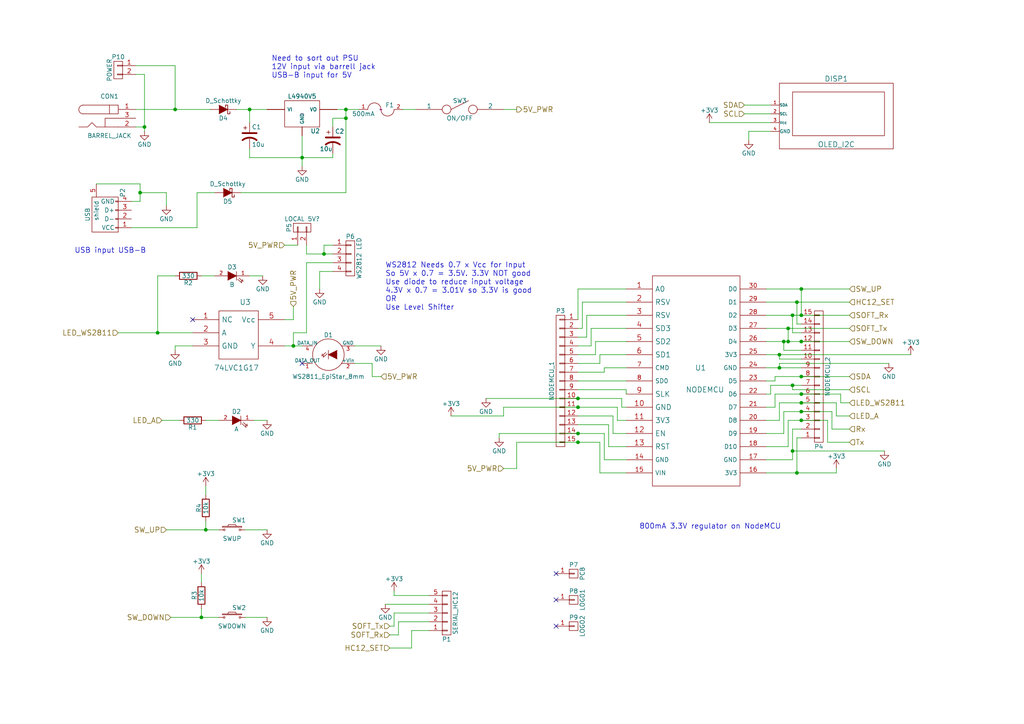
<source format=kicad_sch>
(kicad_sch (version 20230121) (generator eeschema)
  (paper "A4")
  (lib_symbols
    (symbol "MiniPredictionMachine_WIFI_Unit-rescue:+3.3V" (power) (pin_names (offset 0))
      (property "Value" "+3.3V" (at 0 3.556 0))
      (symbol "+3.3V_0_1"
        (polyline (pts (xy -0.762 1.27) (xy 0 2.54)))
        (polyline (pts (xy 0 0) (xy 0 2.54)))
        (polyline (pts (xy 0 2.54) (xy 0.762 1.27)))
      )
      (symbol "+3.3V_1_1"
        (pin power_in line (at 0 0 90) (length 0) hide (name "+3V3") (number "1"))
      )
    )
    (symbol "MiniPredictionMachine_WIFI_Unit-rescue:74LVC1G17" (pin_names (offset 0.762))
      (property "Reference" "U" (at 0 11.43 0))
      (property "Value" "74LVC1G17" (at -2.54 -7.62 0))
      (symbol "74LVC1G17_0_1"
        (rectangle (start -7.62 8.89) (end 3.81 -5.08))
      )
      (symbol "74LVC1G17_1_1"
        (pin input line (at -15.24 6.35 0) (length 7.62) (name "NC") (number "1"))
        (pin input line (at -15.24 2.54 0) (length 7.62) (name "A") (number "2"))
        (pin output line (at -15.24 -1.27 0) (length 7.62) (name "GND") (number "3"))
        (pin output line (at 11.43 -1.27 180) (length 7.62) (name "Y") (number "4"))
        (pin input line (at 11.43 6.35 180) (length 7.62) (name "Vcc") (number "5"))
      )
    )
    (symbol "MiniPredictionMachine_WIFI_Unit-rescue:BARREL_JACK" (pin_names (offset 1.016))
      (property "Reference" "CON" (at 0 6.35 0))
      (property "Value" "BARREL_JACK" (at 0 -5.08 0))
      (symbol "BARREL_JACK_0_1"
        (arc (start -8.89 2.54) (mid -8.5271 1.6254) (end -7.62 1.27))
        (arc (start -7.62 3.81) (mid -8.5088 3.4366) (end -8.89 2.54))
        (polyline (pts (xy -7.62 1.27) (xy 0 1.27)))
        (polyline (pts (xy 0 3.81) (xy -7.62 3.81)))
        (polyline (pts (xy 2.54 0) (xy -1.27 0) (xy -1.27 -2.54)))
        (polyline (pts (xy 2.54 -2.54) (xy -3.81 -2.54) (xy -5.08 -1.27) (xy -6.35 -2.54) (xy -8.89 -2.54)))
        (rectangle (start 2.54 3.81) (end 0 1.27))
      )
      (symbol "BARREL_JACK_1_1"
        (pin passive line (at 7.62 2.54 180) (length 5.08) (name "~") (number "1"))
        (pin passive line (at 7.62 -2.54 180) (length 5.08) (name "~") (number "2"))
        (pin passive line (at 7.62 0 180) (length 5.08) (name "~") (number "3"))
      )
    )
    (symbol "MiniPredictionMachine_WIFI_Unit-rescue:CONN_01X01" (pin_names (offset 1.016) hide)
      (property "Reference" "P" (at 0 2.54 0))
      (property "Value" "CONN_01X01" (at 2.54 0 90))
      (symbol "CONN_01X01_0_1"
        (rectangle (start -1.27 0.127) (end 0.254 -0.127))
        (rectangle (start -1.27 1.27) (end 1.27 -1.27))
      )
      (symbol "CONN_01X01_1_1"
        (pin passive line (at -5.08 0 0) (length 3.81) (name "P1") (number "1"))
      )
    )
    (symbol "MiniPredictionMachine_WIFI_Unit-rescue:CONN_01X02" (pin_names (offset 1.016) hide)
      (property "Reference" "P" (at 0 3.81 0))
      (property "Value" "CONN_01X02" (at 2.54 0 90))
      (symbol "CONN_01X02_0_1"
        (rectangle (start -1.27 -1.143) (end 0.254 -1.397))
        (rectangle (start -1.27 1.397) (end 0.254 1.143))
        (rectangle (start -1.27 2.54) (end 1.27 -2.54))
      )
      (symbol "CONN_01X02_1_1"
        (pin passive line (at -5.08 1.27 0) (length 3.81) (name "P1") (number "1"))
        (pin passive line (at -5.08 -1.27 0) (length 3.81) (name "P2") (number "2"))
      )
    )
    (symbol "MiniPredictionMachine_WIFI_Unit-rescue:CONN_01X04" (pin_names (offset 1.016) hide)
      (property "Reference" "P" (at 0 6.35 0))
      (property "Value" "CONN_01X04" (at 2.54 0 90))
      (symbol "CONN_01X04_0_1"
        (rectangle (start -1.27 -3.683) (end 0.254 -3.937))
        (rectangle (start -1.27 -1.143) (end 0.254 -1.397))
        (rectangle (start -1.27 1.397) (end 0.254 1.143))
        (rectangle (start -1.27 3.937) (end 0.254 3.683))
        (rectangle (start -1.27 5.08) (end 1.27 -5.08))
      )
      (symbol "CONN_01X04_1_1"
        (pin passive line (at -5.08 3.81 0) (length 3.81) (name "P1") (number "1"))
        (pin passive line (at -5.08 1.27 0) (length 3.81) (name "P2") (number "2"))
        (pin passive line (at -5.08 -1.27 0) (length 3.81) (name "P3") (number "3"))
        (pin passive line (at -5.08 -3.81 0) (length 3.81) (name "P4") (number "4"))
      )
    )
    (symbol "MiniPredictionMachine_WIFI_Unit-rescue:CONN_01X05" (pin_names (offset 1.016) hide)
      (property "Reference" "P" (at 0 7.62 0))
      (property "Value" "CONN_01X05" (at 2.54 0 90))
      (symbol "CONN_01X05_0_1"
        (rectangle (start -1.27 -4.953) (end 0.254 -5.207))
        (rectangle (start -1.27 -2.413) (end 0.254 -2.667))
        (rectangle (start -1.27 0.127) (end 0.254 -0.127))
        (rectangle (start -1.27 2.667) (end 0.254 2.413))
        (rectangle (start -1.27 5.207) (end 0.254 4.953))
        (rectangle (start -1.27 6.35) (end 1.27 -6.35))
      )
      (symbol "CONN_01X05_1_1"
        (pin passive line (at -5.08 5.08 0) (length 3.81) (name "P1") (number "1"))
        (pin passive line (at -5.08 2.54 0) (length 3.81) (name "P2") (number "2"))
        (pin passive line (at -5.08 0 0) (length 3.81) (name "P3") (number "3"))
        (pin passive line (at -5.08 -2.54 0) (length 3.81) (name "P4") (number "4"))
        (pin passive line (at -5.08 -5.08 0) (length 3.81) (name "P5") (number "5"))
      )
    )
    (symbol "MiniPredictionMachine_WIFI_Unit-rescue:CONN_01X15" (pin_names (offset 1.016) hide)
      (property "Reference" "P" (at 0 20.32 0))
      (property "Value" "CONN_01X15" (at 2.54 0 90))
      (symbol "CONN_01X15_0_1"
        (rectangle (start -1.27 -17.653) (end 0.254 -17.907))
        (rectangle (start -1.27 -15.113) (end 0.254 -15.367))
        (rectangle (start -1.27 -12.573) (end 0.254 -12.827))
        (rectangle (start -1.27 -10.033) (end 0.254 -10.287))
        (rectangle (start -1.27 -7.493) (end 0.254 -7.747))
        (rectangle (start -1.27 -4.953) (end 0.254 -5.207))
        (rectangle (start -1.27 -2.413) (end 0.254 -2.667))
        (rectangle (start -1.27 0.127) (end 0.254 -0.127))
        (rectangle (start -1.27 2.667) (end 0.254 2.413))
        (rectangle (start -1.27 5.207) (end 0.254 4.953))
        (rectangle (start -1.27 7.747) (end 0.254 7.493))
        (rectangle (start -1.27 10.287) (end 0.254 10.033))
        (rectangle (start -1.27 12.827) (end 0.254 12.573))
        (rectangle (start -1.27 15.367) (end 0.254 15.113))
        (rectangle (start -1.27 17.907) (end 0.254 17.653))
        (rectangle (start -1.27 19.05) (end 1.27 -19.05))
      )
      (symbol "CONN_01X15_1_1"
        (pin passive line (at -5.08 17.78 0) (length 3.81) (name "P1") (number "1"))
        (pin passive line (at -5.08 -5.08 0) (length 3.81) (name "P10") (number "10"))
        (pin passive line (at -5.08 -7.62 0) (length 3.81) (name "P11") (number "11"))
        (pin passive line (at -5.08 -10.16 0) (length 3.81) (name "P12") (number "12"))
        (pin passive line (at -5.08 -12.7 0) (length 3.81) (name "P13") (number "13"))
        (pin passive line (at -5.08 -15.24 0) (length 3.81) (name "P14") (number "14"))
        (pin passive line (at -5.08 -17.78 0) (length 3.81) (name "P15") (number "15"))
        (pin passive line (at -5.08 15.24 0) (length 3.81) (name "P2") (number "2"))
        (pin passive line (at -5.08 12.7 0) (length 3.81) (name "P3") (number "3"))
        (pin passive line (at -5.08 10.16 0) (length 3.81) (name "P4") (number "4"))
        (pin passive line (at -5.08 7.62 0) (length 3.81) (name "P5") (number "5"))
        (pin passive line (at -5.08 5.08 0) (length 3.81) (name "P6") (number "6"))
        (pin passive line (at -5.08 2.54 0) (length 3.81) (name "P7") (number "7"))
        (pin passive line (at -5.08 0 0) (length 3.81) (name "P8") (number "8"))
        (pin passive line (at -5.08 -2.54 0) (length 3.81) (name "P9") (number "9"))
      )
    )
    (symbol "MiniPredictionMachine_WIFI_Unit-rescue:CP1" (pin_numbers hide) (pin_names (offset 0.254) hide)
      (property "Reference" "C" (at 0.635 2.54 0))
      (property "Value" "CP1" (at 0.635 -2.54 0))
      (symbol "CP1_0_1"
        (polyline (pts (xy -2.032 0.762) (xy 2.032 0.762)) (stroke (width 0.508)))
        (polyline (pts (xy -1.778 2.286) (xy -0.762 2.286)))
        (polyline (pts (xy -1.27 1.778) (xy -1.27 2.794)))
        (arc (start 2.032 -1.27) (mid 0 -0.5572) (end -2.032 -1.27) (stroke (width 0.508)))
      )
      (symbol "CP1_1_1"
        (pin passive line (at 0 3.81 270) (length 2.794) (name "~") (number "1"))
        (pin passive line (at 0 -3.81 90) (length 3.302) (name "~") (number "2"))
      )
    )
    (symbol "MiniPredictionMachine_WIFI_Unit-rescue:D_Schottky" (pin_numbers hide) (pin_names (offset 1.016) hide)
      (property "Reference" "D" (at 0 2.54 0))
      (property "Value" "D_Schottky" (at 0 -2.54 0))
      (symbol "D_Schottky_0_1"
        (polyline (pts (xy 1.27 1.27) (xy -1.27 0) (xy 1.27 -1.27)) (fill (type outline)))
        (polyline (pts (xy -1.905 0.635) (xy -1.905 1.27) (xy -1.27 1.27) (xy -1.27 -1.27) (xy -0.635 -1.27) (xy -0.635 -0.635)) (stroke (width 0.2032)))
      )
      (symbol "D_Schottky_1_1"
        (pin passive line (at -3.81 0 0) (length 2.54) (name "K") (number "1"))
        (pin passive line (at 3.81 0 180) (length 2.54) (name "A") (number "2"))
      )
    )
    (symbol "MiniPredictionMachine_WIFI_Unit-rescue:FUSE" (pin_names (offset 0.254))
      (property "Reference" "F" (at 2.54 1.27 0))
      (property "Value" "FUSE" (at -2.54 -1.27 0))
      (symbol "FUSE_0_1"
        (arc (start 0 0) (mid -1.905 1.8967) (end -3.81 0))
        (arc (start 0 0) (mid 1.905 -1.8967) (end 3.81 0))
      )
      (symbol "FUSE_1_1"
        (pin input line (at -6.35 0 0) (length 2.54) (name "~") (number "1"))
        (pin input line (at 6.35 0 180) (length 2.54) (name "~") (number "2"))
      )
    )
    (symbol "MiniPredictionMachine_WIFI_Unit-rescue:GND" (power) (pin_names (offset 0))
      (property "Value" "GND" (at 0 -3.81 0))
      (symbol "GND_0_1"
        (polyline (pts (xy 0 0) (xy 0 -1.27) (xy 1.27 -1.27) (xy 0 -2.54) (xy -1.27 -1.27) (xy 0 -1.27)))
      )
      (symbol "GND_1_1"
        (pin power_in line (at 0 0 270) (length 0) hide (name "GND") (number "1"))
      )
    )
    (symbol "MiniPredictionMachine_WIFI_Unit-rescue:L4940V5" (pin_numbers hide) (pin_names (offset 0.762))
      (property "Reference" "U" (at 3.81 -4.9784 0))
      (property "Value" "L4940V5" (at 0 5.08 0))
      (symbol "L4940V5_0_1"
        (rectangle (start -5.08 -3.81) (end 5.08 3.81))
      )
      (symbol "L4940V5_1_1"
        (pin input line (at 0 -6.35 90) (length 2.54) (name "GND") (number "GND"))
        (pin input line (at -10.16 1.27 0) (length 5.08) (name "VI") (number "VI"))
        (pin power_out line (at 10.16 1.27 180) (length 5.08) (name "VO") (number "VO"))
      )
    )
    (symbol "MiniPredictionMachine_WIFI_Unit-rescue:LED-RESCUE-MiniPredictionMachine_WIFI_Unit" (pin_names (offset 1.016) hide)
      (property "Reference" "D" (at 0 2.54 0))
      (property "Value" "LED-RESCUE-MiniPredictionMachine_WIFI_Unit" (at 0 -2.54 0))
      (symbol "LED-RESCUE-MiniPredictionMachine_WIFI_Unit_0_1"
        (polyline (pts (xy -1.27 1.27) (xy -1.27 -1.27)))
        (polyline (pts (xy -2.032 -0.635) (xy -3.175 -1.651) (xy -3.048 -1.016)))
        (polyline (pts (xy -1.651 -1.016) (xy -2.794 -2.032) (xy -2.667 -1.397)))
        (polyline (pts (xy 1.27 1.27) (xy -1.27 0) (xy 1.27 -1.27)) (fill (type outline)))
      )
      (symbol "LED-RESCUE-MiniPredictionMachine_WIFI_Unit_1_1"
        (pin passive line (at -5.08 0 0) (length 3.81) (name "K") (number "1"))
        (pin passive line (at 5.08 0 180) (length 3.81) (name "A") (number "2"))
      )
    )
    (symbol "MiniPredictionMachine_WIFI_Unit-rescue:NODEMCU" (pin_names (offset 0.762))
      (property "Reference" "U" (at -1.27 2.54 0))
      (property "Value" "NODEMCU" (at 0 -3.81 0))
      (symbol "NODEMCU_0_1"
        (rectangle (start -15.24 29.21) (end 10.16 -31.75))
      )
      (symbol "NODEMCU_1_1"
        (pin input line (at -22.86 25.4 0) (length 7.62) (name "A0") (number "1"))
        (pin output line (at -22.86 -8.89 0) (length 7.62) (name "GND") (number "10"))
        (pin output line (at -22.86 -12.7 0) (length 7.62) (name "3V3") (number "11"))
        (pin output line (at -22.86 -16.51 0) (length 7.62) (name "EN") (number "12"))
        (pin output line (at -22.86 -20.32 0) (length 7.62) (name "RST") (number "13"))
        (pin input line (at -22.86 -24.13 0) (length 7.62) (name "GND") (number "14"))
        (pin input line (at -22.86 -27.94 0) (length 7.62) (name "VIN") (number "15"))
        (pin input line (at 17.78 -27.94 180) (length 7.62) (name "3V3") (number "16"))
        (pin input line (at 17.78 -24.13 180) (length 7.62) (name "GND") (number "17"))
        (pin input line (at 17.78 -20.32 180) (length 7.62) (name "D10") (number "18"))
        (pin input line (at 17.78 -16.51 180) (length 7.62) (name "D9") (number "19"))
        (pin input line (at -22.86 21.59 0) (length 7.62) (name "RSV") (number "2"))
        (pin input line (at 17.78 -12.7 180) (length 7.62) (name "D8") (number "20"))
        (pin input line (at 17.78 -8.89 180) (length 7.62) (name "D7") (number "21"))
        (pin input line (at 17.78 -5.08 180) (length 7.62) (name "D6") (number "22"))
        (pin input line (at 17.78 -1.27 180) (length 7.62) (name "D5") (number "23"))
        (pin input line (at 17.78 2.54 180) (length 7.62) (name "GND") (number "24"))
        (pin input line (at 17.78 6.35 180) (length 7.62) (name "3V3") (number "25"))
        (pin input line (at 17.78 10.16 180) (length 7.62) (name "D4") (number "26"))
        (pin input line (at 17.78 13.97 180) (length 7.62) (name "D3") (number "27"))
        (pin input line (at 17.78 17.78 180) (length 7.62) (name "D2") (number "28"))
        (pin input line (at 17.78 21.59 180) (length 7.62) (name "D1") (number "29"))
        (pin output line (at -22.86 17.78 0) (length 7.62) (name "RSV") (number "3"))
        (pin input line (at 17.78 25.4 180) (length 7.62) (name "D0") (number "30"))
        (pin output line (at -22.86 13.97 0) (length 7.62) (name "SD3") (number "4"))
        (pin output line (at -22.86 10.16 0) (length 7.62) (name "SD2") (number "5"))
        (pin output line (at -22.86 6.35 0) (length 7.62) (name "SD1") (number "6"))
        (pin input line (at -22.86 2.54 0) (length 7.62) (name "CMD") (number "7"))
        (pin input line (at -22.86 -1.27 0) (length 7.62) (name "SD0") (number "8"))
        (pin output line (at -22.86 -5.08 0) (length 7.62) (name "SLK") (number "9"))
      )
    )
    (symbol "MiniPredictionMachine_WIFI_Unit-rescue:OLED_I2C" (pin_names (offset 0.0254))
      (property "Reference" "DISP" (at 10.16 25.4 0))
      (property "Value" "OLED_I2C" (at 10.16 6.35 0))
      (symbol "OLED_I2C_0_1"
        (rectangle (start -6.35 24.13) (end 26.67 5.08))
        (rectangle (start -2.54 21.59) (end 24.13 8.89))
      )
      (symbol "OLED_I2C_1_1"
        (pin passive line (at -8.89 17.78 0) (length 2.54) (name "SDA") (number "1"))
        (pin passive line (at -8.89 15.24 0) (length 2.54) (name "SCL") (number "2"))
        (pin passive line (at -8.89 12.7 0) (length 2.54) (name "Vcc") (number "3"))
        (pin passive line (at -8.89 10.16 0) (length 2.54) (name "GND") (number "4"))
      )
    )
    (symbol "MiniPredictionMachine_WIFI_Unit-rescue:R" (pin_numbers hide) (pin_names (offset 0))
      (property "Reference" "R" (at 2.032 0 90))
      (property "Value" "R" (at 0 0 90))
      (symbol "R_0_1"
        (rectangle (start -1.016 -2.54) (end 1.016 2.54) (stroke (width 0.254)))
      )
      (symbol "R_1_1"
        (pin passive line (at 0 3.81 270) (length 1.27) (name "~") (number "1"))
        (pin passive line (at 0 -3.81 90) (length 1.27) (name "~") (number "2"))
      )
    )
    (symbol "MiniPredictionMachine_WIFI_Unit-rescue:SPST" (pin_numbers hide) (pin_names (offset 0))
      (property "Reference" "SW" (at 0 2.54 0))
      (property "Value" "SPST" (at 0 -2.54 0))
      (symbol "SPST_0_0"
        (circle (center -3.81 0) (radius 1.27))
        (polyline (pts (xy -2.54 0) (xy 2.54 2.54)))
        (circle (center 3.81 0) (radius 1.27))
      )
      (symbol "SPST_1_1"
        (pin input line (at -12.7 0 0) (length 7.62) (name "1") (number "1"))
        (pin input line (at 12.7 0 180) (length 7.62) (name "2") (number "2"))
      )
    )
    (symbol "MiniPredictionMachine_WIFI_Unit-rescue:SW_PUSH_SMALL_H" (pin_numbers hide) (pin_names (offset 1.016) hide)
      (property "Reference" "SW" (at 2.032 2.794 0))
      (property "Value" "SW_PUSH_SMALL_H" (at 9.144 -1.524 0))
      (symbol "SW_PUSH_SMALL_H_0_1"
        (circle (center -2.286 0) (radius 0.254))
        (polyline (pts (xy -2.794 0.762) (xy 2.794 0.762)))
        (polyline (pts (xy -2.794 0.762) (xy -2.794 1.016) (xy 2.794 1.016) (xy 2.794 0.762)))
        (polyline (pts (xy -1.27 1.016) (xy -1.016 1.524) (xy 1.016 1.524) (xy 1.27 1.016)))
        (circle (center 2.286 0) (radius 0.254))
        (pin passive line (at -3.81 0 0) (length 1.27) (name "1") (number "1"))
        (pin passive line (at 3.81 0 180) (length 1.27) (name "2") (number "2"))
      )
    )
    (symbol "MiniPredictionMachine_WIFI_Unit-rescue:USB_B-RESCUE-MiniPredictionMachine_WIFI_Unit" (pin_names (offset 1.016))
      (property "Reference" "P" (at 5.08 -5.08 0))
      (property "Value" "USB_B-RESCUE-MiniPredictionMachine_WIFI_Unit" (at -1.27 5.08 0))
      (symbol "USB_B-RESCUE-MiniPredictionMachine_WIFI_Unit_0_1"
        (rectangle (start -6.35 -3.81) (end 3.81 3.81))
        (rectangle (start -5.207 -3.81) (end -4.953 -3.048))
        (rectangle (start -2.667 -3.81) (end -2.413 -3.048))
        (rectangle (start -0.127 -3.81) (end 0.127 -3.048))
        (rectangle (start 2.413 -3.81) (end 2.667 -3.048))
      )
      (symbol "USB_B-RESCUE-MiniPredictionMachine_WIFI_Unit_1_1"
        (pin power_out line (at -5.08 -7.62 90) (length 3.81) (name "VCC") (number "1"))
        (pin passive line (at -2.54 -7.62 90) (length 3.81) (name "D-") (number "2"))
        (pin passive line (at 0 -7.62 90) (length 3.81) (name "D+") (number "3"))
        (pin power_in line (at 2.54 -7.62 90) (length 3.81) (name "GND") (number "4"))
        (pin passive line (at 7.62 2.54 180) (length 3.81) (name "shield") (number "5"))
      )
    )
    (symbol "MiniPredictionMachine_WIFI_Unit-rescue:WS2811_EpiStar_8mm" (pin_names (offset 0))
      (property "Reference" "D" (at 0 5.715 0))
      (property "Value" "WS2811_EpiStar_8mm" (at 0 -6.35 0))
      (symbol "WS2811_EpiStar_8mm_0_1"
        (polyline (pts (xy 0 1.27) (xy 0 -1.27)))
        (polyline (pts (xy -0.762 0.635) (xy -1.905 -0.381) (xy -1.778 0.254)))
        (polyline (pts (xy -0.381 0.254) (xy -1.524 -0.762) (xy -1.397 -0.127)))
        (polyline (pts (xy 2.54 1.27) (xy 0 0) (xy 2.54 -1.27)) (fill (type outline)))
        (circle (center 0 0) (radius 4.572))
      )
      (symbol "WS2811_EpiStar_8mm_1_1"
        (pin output line (at -7.62 -2.54 0) (length 3.048) (name "DATA_OUT") (number "1"))
        (pin input line (at 7.62 -2.54 180) (length 3.81) (name "+Vin") (number "2"))
        (pin input line (at 7.62 2.54 180) (length 3.81) (name "GND") (number "3"))
        (pin input line (at -7.62 2.54 0) (length 3.048) (name "DATA_IN") (number "4"))
      )
    )
  )
  (junction (at 41.91 36.83))
  (junction (at 45.72 96.52))
  (junction (at 232.41 99.06))
  (junction (at 232.41 116.84))
  (junction (at 228.6 95.25))
  (junction (at 59.69 153.67))
  (junction (at 228.6 99.06))
  (junction (at 229.87 111.76))
  (junction (at 232.41 114.3))
  (junction (at 232.41 109.22))
  (junction (at 232.41 121.92))
  (junction (at 232.41 83.82))
  (junction (at 232.41 91.44))
  (junction (at 167.64 128.27))
  (junction (at 50.8 31.75))
  (junction (at 231.14 87.63))
  (junction (at 100.33 34.29))
  (junction (at 167.64 118.11))
  (junction (at 226.06 106.68))
  (junction (at 229.87 91.44))
  (junction (at 40.64 55.88))
  (junction (at 231.14 137.16))
  (junction (at 72.39 31.75))
  (junction (at 93.98 73.66))
  (junction (at 85.09 100.33))
  (junction (at 167.64 125.73))
  (junction (at 226.06 102.87))
  (junction (at 58.42 179.07))
  (junction (at 87.63 45.72))
  (junction (at 100.33 31.75))
  (junction (at 167.64 115.57))
  (junction (at 232.41 119.38))
  (junction (at 227.33 99.06))
  (junction (at 229.87 130.81))
  (no_connect (at 87.63 105.41))
  (no_connect (at 161.29 173.99))
  (no_connect (at 55.88 92.71))
  (no_connect (at 161.29 166.37))
  (no_connect (at 161.29 181.61))
  (wire (pts (xy 222.25 102.87) (xy 226.06 102.87)))
  (wire (pts (xy 146.05 120.65) (xy 146.05 118.11)))
  (wire (pts (xy 119.38 182.88) (xy 124.46 182.88)))
  (wire (pts (xy 227.33 101.6) (xy 227.33 99.06)))
  (wire (pts (xy 72.39 43.18) (xy 72.39 45.72)))
  (wire (pts (xy 167.64 128.27) (xy 173.99 128.27)))
  (wire (pts (xy 217.17 40.64) (xy 217.17 38.1)))
  (wire (pts (xy 171.45 95.25) (xy 181.61 95.25)))
  (wire (pts (xy 228.6 95.25) (xy 246.38 95.25)))
  (wire (pts (xy 72.39 80.01) (xy 76.2 80.01)))
  (wire (pts (xy 242.57 137.16) (xy 242.57 135.89)))
  (wire (pts (xy 226.06 102.87) (xy 264.16 102.87)))
  (wire (pts (xy 48.26 55.88) (xy 48.26 59.69)))
  (wire (pts (xy 115.57 180.34) (xy 124.46 180.34)))
  (wire (pts (xy 179.07 121.92) (xy 181.61 121.92)))
  (wire (pts (xy 241.3 124.46) (xy 241.3 119.38)))
  (wire (pts (xy 167.64 95.25) (xy 168.91 95.25)))
  (wire (pts (xy 58.42 168.91) (xy 58.42 166.37)))
  (wire (pts (xy 88.9 96.52) (xy 88.9 76.2)))
  (wire (pts (xy 27.94 53.34) (xy 40.64 53.34)))
  (wire (pts (xy 93.98 71.12) (xy 93.98 73.66)))
  (wire (pts (xy 232.41 124.46) (xy 229.87 124.46)))
  (wire (pts (xy 229.87 111.76) (xy 223.52 111.76)))
  (wire (pts (xy 50.8 100.33) (xy 55.88 100.33)))
  (wire (pts (xy 177.8 125.73) (xy 181.61 125.73)))
  (wire (pts (xy 57.15 66.04) (xy 57.15 55.88)))
  (wire (pts (xy 87.63 45.72) (xy 96.52 45.72)))
  (wire (pts (xy 113.03 187.96) (xy 119.38 187.96)))
  (wire (pts (xy 59.69 151.13) (xy 59.69 153.67)))
  (wire (pts (xy 115.57 184.15) (xy 113.03 184.15)))
  (wire (pts (xy 85.09 92.71) (xy 85.09 88.9)))
  (wire (pts (xy 170.18 91.44) (xy 181.61 91.44)))
  (wire (pts (xy 55.88 96.52) (xy 45.72 96.52)))
  (wire (pts (xy 124.46 175.26) (xy 111.76 175.26)))
  (wire (pts (xy 176.53 129.54) (xy 181.61 129.54)))
  (wire (pts (xy 232.41 111.76) (xy 229.87 111.76)))
  (wire (pts (xy 222.25 95.25) (xy 228.6 95.25)))
  (wire (pts (xy 224.79 114.3) (xy 232.41 114.3)))
  (wire (pts (xy 224.79 109.22) (xy 232.41 109.22)))
  (wire (pts (xy 87.63 39.37) (xy 87.63 45.72)))
  (wire (pts (xy 232.41 121.92) (xy 240.03 121.92)))
  (wire (pts (xy 173.99 128.27) (xy 173.99 137.16)))
  (wire (pts (xy 180.34 118.11) (xy 181.61 118.11)))
  (wire (pts (xy 224.79 118.11) (xy 222.25 118.11)))
  (wire (pts (xy 217.17 38.1) (xy 223.52 38.1)))
  (wire (pts (xy 226.06 105.41) (xy 226.06 106.68)))
  (wire (pts (xy 167.64 105.41) (xy 173.99 105.41)))
  (wire (pts (xy 228.6 121.92) (xy 232.41 121.92)))
  (wire (pts (xy 50.8 19.05) (xy 50.8 31.75)))
  (wire (pts (xy 243.84 116.84) (xy 243.84 114.3)))
  (wire (pts (xy 242.57 120.65) (xy 242.57 116.84)))
  (wire (pts (xy 88.9 71.12) (xy 88.9 73.66)))
  (wire (pts (xy 167.64 120.65) (xy 177.8 120.65)))
  (wire (pts (xy 170.18 97.79) (xy 170.18 91.44)))
  (wire (pts (xy 144.78 125.73) (xy 167.64 125.73)))
  (wire (pts (xy 231.14 93.98) (xy 231.14 87.63)))
  (wire (pts (xy 149.86 128.27) (xy 167.64 128.27)))
  (wire (pts (xy 92.71 78.74) (xy 92.71 83.82)))
  (wire (pts (xy 181.61 113.03) (xy 181.61 114.3)))
  (wire (pts (xy 246.38 124.46) (xy 241.3 124.46)))
  (wire (pts (xy 100.33 31.75) (xy 104.14 31.75)))
  (wire (pts (xy 167.64 115.57) (xy 180.34 115.57)))
  (wire (pts (xy 176.53 123.19) (xy 176.53 129.54)))
  (wire (pts (xy 167.64 125.73) (xy 175.26 125.73)))
  (wire (pts (xy 63.5 121.92) (xy 59.69 121.92)))
  (wire (pts (xy 71.12 179.07) (xy 77.47 179.07)))
  (wire (pts (xy 45.72 96.52) (xy 34.29 96.52)))
  (wire (pts (xy 50.8 101.6) (xy 50.8 100.33)))
  (wire (pts (xy 115.57 180.34) (xy 115.57 184.15)))
  (wire (pts (xy 39.37 36.83) (xy 41.91 36.83)))
  (wire (pts (xy 175.26 106.68) (xy 181.61 106.68)))
  (wire (pts (xy 229.87 133.35) (xy 222.25 133.35)))
  (wire (pts (xy 45.72 80.01) (xy 45.72 96.52)))
  (wire (pts (xy 229.87 91.44) (xy 232.41 91.44)))
  (wire (pts (xy 175.26 133.35) (xy 181.61 133.35)))
  (wire (pts (xy 97.79 31.75) (xy 100.33 31.75)))
  (wire (pts (xy 39.37 19.05) (xy 50.8 19.05)))
  (wire (pts (xy 222.25 87.63) (xy 231.14 87.63)))
  (wire (pts (xy 232.41 127) (xy 231.14 127)))
  (wire (pts (xy 100.33 55.88) (xy 100.33 34.29)))
  (wire (pts (xy 88.9 76.2) (xy 96.52 76.2)))
  (wire (pts (xy 40.64 55.88) (xy 48.26 55.88)))
  (wire (pts (xy 232.41 91.44) (xy 232.41 83.82)))
  (wire (pts (xy 72.39 31.75) (xy 77.47 31.75)))
  (wire (pts (xy 85.09 100.33) (xy 85.09 96.52)))
  (wire (pts (xy 146.05 118.11) (xy 167.64 118.11)))
  (wire (pts (xy 240.03 128.27) (xy 240.03 121.92)))
  (wire (pts (xy 107.95 109.22) (xy 107.95 105.41)))
  (wire (pts (xy 173.99 137.16) (xy 181.61 137.16)))
  (wire (pts (xy 114.3 171.45) (xy 114.3 172.72)))
  (wire (pts (xy 40.64 58.42) (xy 38.1 58.42)))
  (wire (pts (xy 59.69 153.67) (xy 48.26 153.67)))
  (wire (pts (xy 167.64 107.95) (xy 175.26 107.95)))
  (wire (pts (xy 227.33 119.38) (xy 227.33 125.73)))
  (wire (pts (xy 167.64 118.11) (xy 179.07 118.11)))
  (wire (pts (xy 226.06 104.14) (xy 226.06 102.87)))
  (wire (pts (xy 85.09 96.52) (xy 88.9 96.52)))
  (wire (pts (xy 232.41 99.06) (xy 246.38 99.06)))
  (wire (pts (xy 232.41 109.22) (xy 246.38 109.22)))
  (wire (pts (xy 215.9 33.02) (xy 223.52 33.02)))
  (wire (pts (xy 96.52 71.12) (xy 93.98 71.12)))
  (wire (pts (xy 96.52 78.74) (xy 92.71 78.74)))
  (wire (pts (xy 173.99 102.87) (xy 181.61 102.87)))
  (wire (pts (xy 107.95 105.41) (xy 102.87 105.41)))
  (wire (pts (xy 40.64 55.88) (xy 40.64 58.42)))
  (wire (pts (xy 41.91 21.59) (xy 41.91 36.83)))
  (wire (pts (xy 229.87 113.03) (xy 229.87 111.76)))
  (wire (pts (xy 167.64 83.82) (xy 181.61 83.82)))
  (wire (pts (xy 167.64 97.79) (xy 170.18 97.79)))
  (wire (pts (xy 71.12 153.67) (xy 77.47 153.67)))
  (wire (pts (xy 228.6 99.06) (xy 232.41 99.06)))
  (wire (pts (xy 172.72 99.06) (xy 181.61 99.06)))
  (wire (pts (xy 167.64 113.03) (xy 181.61 113.03)))
  (wire (pts (xy 58.42 176.53) (xy 58.42 179.07)))
  (wire (pts (xy 226.06 106.68) (xy 222.25 106.68)))
  (wire (pts (xy 45.72 80.01) (xy 50.8 80.01)))
  (wire (pts (xy 175.26 125.73) (xy 175.26 133.35)))
  (wire (pts (xy 72.39 35.56) (xy 72.39 31.75)))
  (wire (pts (xy 226.06 116.84) (xy 232.41 116.84)))
  (wire (pts (xy 59.69 143.51) (xy 59.69 140.97)))
  (wire (pts (xy 226.06 121.92) (xy 222.25 121.92)))
  (wire (pts (xy 167.64 102.87) (xy 172.72 102.87)))
  (wire (pts (xy 257.81 105.41) (xy 226.06 105.41)))
  (wire (pts (xy 172.72 102.87) (xy 172.72 99.06)))
  (wire (pts (xy 41.91 36.83) (xy 41.91 38.1)))
  (wire (pts (xy 223.52 114.3) (xy 222.25 114.3)))
  (wire (pts (xy 229.87 124.46) (xy 229.87 130.81)))
  (wire (pts (xy 232.41 93.98) (xy 231.14 93.98)))
  (wire (pts (xy 114.3 181.61) (xy 114.3 177.8)))
  (wire (pts (xy 232.41 101.6) (xy 227.33 101.6)))
  (wire (pts (xy 232.41 91.44) (xy 246.38 91.44)))
  (wire (pts (xy 88.9 73.66) (xy 93.98 73.66)))
  (wire (pts (xy 102.87 100.33) (xy 110.49 100.33)))
  (wire (pts (xy 85.09 100.33) (xy 87.63 100.33)))
  (wire (pts (xy 173.99 105.41) (xy 173.99 102.87)))
  (wire (pts (xy 110.49 109.22) (xy 107.95 109.22)))
  (wire (pts (xy 62.23 80.01) (xy 58.42 80.01)))
  (wire (pts (xy 231.14 87.63) (xy 246.38 87.63)))
  (wire (pts (xy 168.91 87.63) (xy 181.61 87.63)))
  (wire (pts (xy 167.64 123.19) (xy 176.53 123.19)))
  (wire (pts (xy 100.33 34.29) (xy 100.33 31.75)))
  (wire (pts (xy 232.41 119.38) (xy 241.3 119.38)))
  (wire (pts (xy 68.58 31.75) (xy 72.39 31.75)))
  (wire (pts (xy 82.55 100.33) (xy 85.09 100.33)))
  (wire (pts (xy 222.25 137.16) (xy 231.14 137.16)))
  (wire (pts (xy 146.05 135.89) (xy 149.86 135.89)))
  (wire (pts (xy 229.87 96.52) (xy 229.87 91.44)))
  (wire (pts (xy 232.41 106.68) (xy 226.06 106.68)))
  (wire (pts (xy 224.79 109.22) (xy 224.79 110.49)))
  (wire (pts (xy 146.05 31.75) (xy 149.86 31.75)))
  (wire (pts (xy 223.52 111.76) (xy 223.52 114.3)))
  (wire (pts (xy 114.3 177.8) (xy 124.46 177.8)))
  (wire (pts (xy 224.79 110.49) (xy 222.25 110.49)))
  (wire (pts (xy 227.33 99.06) (xy 228.6 99.06)))
  (wire (pts (xy 63.5 153.67) (xy 59.69 153.67)))
  (wire (pts (xy 38.1 66.04) (xy 57.15 66.04)))
  (wire (pts (xy 167.64 92.71) (xy 167.64 83.82)))
  (wire (pts (xy 119.38 187.96) (xy 119.38 182.88)))
  (wire (pts (xy 116.84 31.75) (xy 120.65 31.75)))
  (wire (pts (xy 227.33 125.73) (xy 222.25 125.73)))
  (wire (pts (xy 222.25 99.06) (xy 227.33 99.06)))
  (wire (pts (xy 171.45 100.33) (xy 171.45 95.25)))
  (wire (pts (xy 228.6 121.92) (xy 228.6 129.54)))
  (wire (pts (xy 226.06 116.84) (xy 226.06 121.92)))
  (wire (pts (xy 229.87 130.81) (xy 256.54 130.81)))
  (wire (pts (xy 246.38 120.65) (xy 242.57 120.65)))
  (wire (pts (xy 232.41 83.82) (xy 246.38 83.82)))
  (wire (pts (xy 96.52 34.29) (xy 100.33 34.29)))
  (wire (pts (xy 39.37 31.75) (xy 50.8 31.75)))
  (wire (pts (xy 232.41 96.52) (xy 229.87 96.52)))
  (wire (pts (xy 82.55 71.12) (xy 86.36 71.12)))
  (wire (pts (xy 69.85 55.88) (xy 100.33 55.88)))
  (wire (pts (xy 231.14 137.16) (xy 242.57 137.16)))
  (wire (pts (xy 113.03 181.61) (xy 114.3 181.61)))
  (wire (pts (xy 223.52 35.56) (xy 205.74 35.56)))
  (wire (pts (xy 46.99 121.92) (xy 52.07 121.92)))
  (wire (pts (xy 72.39 45.72) (xy 87.63 45.72)))
  (wire (pts (xy 224.79 114.3) (xy 224.79 118.11)))
  (wire (pts (xy 246.38 113.03) (xy 229.87 113.03)))
  (wire (pts (xy 228.6 99.06) (xy 228.6 95.25)))
  (wire (pts (xy 246.38 128.27) (xy 240.03 128.27)))
  (wire (pts (xy 39.37 21.59) (xy 41.91 21.59)))
  (wire (pts (xy 167.64 100.33) (xy 171.45 100.33)))
  (wire (pts (xy 144.78 125.73) (xy 144.78 127)))
  (wire (pts (xy 167.64 110.49) (xy 181.61 110.49)))
  (wire (pts (xy 140.97 115.57) (xy 167.64 115.57)))
  (wire (pts (xy 96.52 45.72) (xy 96.52 44.45)))
  (wire (pts (xy 168.91 95.25) (xy 168.91 87.63)))
  (wire (pts (xy 231.14 127) (xy 231.14 137.16)))
  (wire (pts (xy 232.41 104.14) (xy 226.06 104.14)))
  (wire (pts (xy 228.6 129.54) (xy 222.25 129.54)))
  (wire (pts (xy 96.52 36.83) (xy 96.52 34.29)))
  (wire (pts (xy 82.55 92.71) (xy 85.09 92.71)))
  (wire (pts (xy 177.8 120.65) (xy 177.8 125.73)))
  (wire (pts (xy 227.33 119.38) (xy 232.41 119.38)))
  (wire (pts (xy 232.41 114.3) (xy 243.84 114.3)))
  (wire (pts (xy 179.07 118.11) (xy 179.07 121.92)))
  (wire (pts (xy 57.15 55.88) (xy 62.23 55.88)))
  (wire (pts (xy 175.26 107.95) (xy 175.26 106.68)))
  (wire (pts (xy 246.38 116.84) (xy 243.84 116.84)))
  (wire (pts (xy 149.86 135.89) (xy 149.86 128.27)))
  (wire (pts (xy 180.34 115.57) (xy 180.34 118.11)))
  (wire (pts (xy 49.53 179.07) (xy 58.42 179.07)))
  (wire (pts (xy 130.81 120.65) (xy 146.05 120.65)))
  (wire (pts (xy 58.42 179.07) (xy 63.5 179.07)))
  (wire (pts (xy 229.87 130.81) (xy 229.87 133.35)))
  (wire (pts (xy 215.9 30.48) (xy 223.52 30.48)))
  (wire (pts (xy 73.66 121.92) (xy 77.47 121.92)))
  (wire (pts (xy 50.8 31.75) (xy 60.96 31.75)))
  (wire (pts (xy 40.64 53.34) (xy 40.64 55.88)))
  (wire (pts (xy 93.98 73.66) (xy 96.52 73.66)))
  (wire (pts (xy 222.25 83.82) (xy 232.41 83.82)))
  (wire (pts (xy 87.63 45.72) (xy 87.63 48.26)))
  (wire (pts (xy 222.25 91.44) (xy 229.87 91.44)))
  (wire (pts (xy 114.3 172.72) (xy 124.46 172.72)))
  (wire (pts (xy 232.41 116.84) (xy 242.57 116.84)))
  (text "Need to sort out PSU\n12V input via barrell jack\nUSB-B input for 5V" (at 78.74 22.86 0) (effects (font (size 1.524 1.524)) (justify left bottom)))
  (text "USB input USB-B" (at 21.59 73.66 0) (effects (font (size 1.524 1.524)) (justify left bottom)))
  (text "WS2812 Needs 0.7 x Vcc for Input\nSo 5V x 0.7 = 3.5V. 3.3V NOT good\nUse diode to reduce input voltage\n4.3V x 0.7 = 3.01V so 3.3V is good\nOR\nUse Level Shifter" (at 111.76 90.17 0) (effects (font (size 1.524 1.524)) (justify left bottom)))
  (text "800mA 3.3V regulator on NodeMCU" (at 185.42 153.67 0) (effects (font (size 1.524 1.524)) (justify left bottom)))
  (hierarchical_label "5V_PWR" (shape input) (at 82.55 71.12 180) (effects (font (size 1.524 1.524))))
  (hierarchical_label "SOFT_Tx" (shape input) (at 113.03 181.61 180) (effects (font (size 1.524 1.524))))
  (hierarchical_label "SCL" (shape input) (at 215.9 33.02 180) (effects (font (size 1.524 1.524))))
  (hierarchical_label "Rx" (shape input) (at 246.38 124.46 0) (effects (font (size 1.524 1.524))))
  (hierarchical_label "5V_PWR" (shape input) (at 85.09 88.9 90) (effects (font (size 1.524 1.524))))
  (hierarchical_label "SW_UP" (shape input) (at 48.26 153.67 180) (effects (font (size 1.524 1.524))))
  (hierarchical_label "SW_UP" (shape input) (at 246.38 83.82 0) (effects (font (size 1.524 1.524))))
  (hierarchical_label "5V_PWR" (shape output) (at 149.86 31.75 0) (effects (font (size 1.524 1.524))))
  (hierarchical_label "SOFT_Rx" (shape input) (at 113.03 184.15 180) (effects (font (size 1.524 1.524))))
  (hierarchical_label "LED_WS2811" (shape input) (at 246.38 116.84 0) (effects (font (size 1.524 1.524))))
  (hierarchical_label "SW_DOWN" (shape input) (at 246.38 99.06 0) (effects (font (size 1.524 1.524))))
  (hierarchical_label "HC12_SET" (shape input) (at 246.38 87.63 0) (effects (font (size 1.524 1.524))))
  (hierarchical_label "SOFT_Rx" (shape input) (at 246.38 91.44 0) (effects (font (size 1.524 1.524))))
  (hierarchical_label "LED_WS2811" (shape input) (at 34.29 96.52 180) (effects (font (size 1.524 1.524))))
  (hierarchical_label "5V_PWR" (shape input) (at 110.49 109.22 0) (effects (font (size 1.524 1.524))))
  (hierarchical_label "5V_PWR" (shape input) (at 146.05 135.89 180) (effects (font (size 1.524 1.524))))
  (hierarchical_label "SW_DOWN" (shape input) (at 49.53 179.07 180) (effects (font (size 1.524 1.524))))
  (hierarchical_label "HC12_SET" (shape input) (at 113.03 187.96 180) (effects (font (size 1.524 1.524))))
  (hierarchical_label "SOFT_Tx" (shape input) (at 246.38 95.25 0) (effects (font (size 1.524 1.524))))
  (hierarchical_label "SDA" (shape input) (at 246.38 109.22 0) (effects (font (size 1.524 1.524))))
  (hierarchical_label "Tx" (shape input) (at 246.38 128.27 0) (effects (font (size 1.524 1.524))))
  (hierarchical_label "SDA" (shape input) (at 215.9 30.48 180) (effects (font (size 1.524 1.524))))
  (hierarchical_label "SCL" (shape input) (at 246.38 113.03 0) (effects (font (size 1.524 1.524))))
  (hierarchical_label "LED_A" (shape input) (at 246.38 120.65 0) (effects (font (size 1.524 1.524))))
  (hierarchical_label "LED_A" (shape input) (at 46.99 121.92 180) (effects (font (size 1.524 1.524))))
  (symbol (lib_id "MiniPredictionMachine_WIFI_Unit-rescue:CONN_01X15") (at 237.49 109.22 0) (mirror x) (unit 1)
    (property "Reference" "P4" (at 237.49 129.54 0))
    (property "Value" "NODEMCU_2" (at 240.03 109.22 90))
    (property "Footprint" "REInnovationFootprint:TH_SIL-15" (effects hide))
  )
  (symbol (lib_id "MiniPredictionMachine_WIFI_Unit-rescue:CONN_01X15") (at 162.56 110.49 0) (mirror y) (unit 1)
    (property "Reference" "P3" (at 162.56 90.17 0))
    (property "Value" "NODEMCU_1" (at 160.02 110.49 90))
    (property "Footprint" "REInnovationFootprint:TH_SIL-15" (effects hide))
  )
  (symbol (lib_id "MiniPredictionMachine_WIFI_Unit-rescue:74LVC1G17") (at 71.12 99.06 0) (unit 1)
    (property "Reference" "U3" (at 71.12 87.63 0) (effects (font (size 1.524 1.524))))
    (property "Value" "74LVC1G17" (at 68.58 106.68 0) (effects (font (size 1.524 1.524))))
    (property "Footprint" "REInnovationFootprint:SM_SOT-23-5" (effects hide))
    (property "Datasheet" "http://docs-europe.electrocomponents.com/webdocs/154d/0900766b8154d6d1.pdf" (effects hide))
  )
  (symbol (lib_id "MiniPredictionMachine_WIFI_Unit-rescue:NODEMCU") (at 204.47 109.22 0) (unit 1)
    (property "Reference" "U1" (at 203.2 106.68 0) (effects (font (size 1.524 1.524))))
    (property "Value" "NODEMCU" (at 204.47 113.03 0) (effects (font (size 1.524 1.524))))
    (property "Footprint" "REInnovationFootprint:NodeMCU_Amica_R2_FSILK" (effects hide))
  )
  (symbol (lib_id "MiniPredictionMachine_WIFI_Unit-rescue:OLED_I2C") (at 232.41 48.26 0) (unit 1)
    (property "Reference" "DISP1" (at 242.57 22.86 0) (effects (font (size 1.524 1.524))))
    (property "Value" "OLED_I2C" (at 242.57 41.91 0) (effects (font (size 1.524 1.524))))
    (property "Footprint" "REInnovationFootprint:TH_OLED1306" (effects hide))
  )
  (symbol (lib_id "MiniPredictionMachine_WIFI_Unit-rescue:LED-RESCUE-MiniPredictionMachine_WIFI_Unit") (at 68.58 121.92 0) (mirror y) (unit 1)
    (property "Reference" "D2" (at 68.58 119.38 0))
    (property "Value" "A" (at 68.58 124.46 0))
    (property "Footprint" "REInnovationFootprint:TH_LED-5MM_larg_pad" (effects hide))
  )
  (symbol (lib_id "MiniPredictionMachine_WIFI_Unit-rescue:LED-RESCUE-MiniPredictionMachine_WIFI_Unit") (at 67.31 80.01 0) (mirror y) (unit 1)
    (property "Reference" "D3" (at 67.31 77.47 0))
    (property "Value" "B" (at 67.31 82.55 0))
    (property "Footprint" "REInnovationFootprint:TH_LED-5MM_larg_pad" (effects hide))
  )
  (symbol (lib_id "MiniPredictionMachine_WIFI_Unit-rescue:SW_PUSH_SMALL_H") (at 67.31 153.67 0) (unit 1)
    (property "Reference" "SW1" (at 69.342 150.876 0))
    (property "Value" "SWUP" (at 67.31 156.21 0))
    (property "Footprint" "REInnovationFootprint:SW_PUSH_SMALL_lg_pad" (effects hide))
  )
  (symbol (lib_id "MiniPredictionMachine_WIFI_Unit-rescue:SW_PUSH_SMALL_H") (at 67.31 179.07 0) (unit 1)
    (property "Reference" "SW2" (at 69.342 176.276 0))
    (property "Value" "SWDOWN" (at 67.31 181.61 0))
    (property "Footprint" "REInnovationFootprint:SW_PUSH_SMALL_lg_pad" (effects hide))
  )
  (symbol (lib_id "MiniPredictionMachine_WIFI_Unit-rescue:CONN_01X05") (at 129.54 177.8 0) (mirror x) (unit 1)
    (property "Reference" "P1" (at 129.54 185.42 0))
    (property "Value" "SERIAL_HC12" (at 132.08 177.8 90))
    (property "Footprint" "REInnovationFootprint:TH_SIL_5_1mm" (effects hide))
  )
  (symbol (lib_id "MiniPredictionMachine_WIFI_Unit-rescue:R") (at 55.88 121.92 90) (mirror x) (unit 1)
    (property "Reference" "R1" (at 55.88 123.952 90))
    (property "Value" "330" (at 55.88 121.92 90))
    (property "Footprint" "REInnovationFootprint:TH_Resistor_1" (effects hide))
  )
  (symbol (lib_id "MiniPredictionMachine_WIFI_Unit-rescue:R") (at 54.61 80.01 90) (mirror x) (unit 1)
    (property "Reference" "R2" (at 54.61 82.042 90))
    (property "Value" "330" (at 54.61 80.01 90))
    (property "Footprint" "REInnovationFootprint:TH_Resistor_1" (effects hide))
  )
  (symbol (lib_id "MiniPredictionMachine_WIFI_Unit-rescue:R") (at 59.69 147.32 180) (unit 1)
    (property "Reference" "R4" (at 57.658 147.32 90))
    (property "Value" "10k" (at 59.69 147.32 90))
    (property "Footprint" "REInnovationFootprint:TH_Resistor_1" (effects hide))
  )
  (symbol (lib_id "MiniPredictionMachine_WIFI_Unit-rescue:R") (at 58.42 172.72 180) (unit 1)
    (property "Reference" "R3" (at 56.388 172.72 90))
    (property "Value" "10k" (at 58.42 172.72 90))
    (property "Footprint" "REInnovationFootprint:TH_Resistor_1" (effects hide))
  )
  (symbol (lib_id "MiniPredictionMachine_WIFI_Unit-rescue:BARREL_JACK") (at 31.75 34.29 0) (unit 1)
    (property "Reference" "CON1" (at 31.75 27.94 0))
    (property "Value" "BARREL_JACK" (at 31.75 39.37 0))
    (property "Footprint" "REInnovationFootprint:DC_Power_2_1" (effects hide))
  )
  (symbol (lib_id "MiniPredictionMachine_WIFI_Unit-rescue:GND") (at 217.17 40.64 0) (unit 1)
    (property "Reference" "#PWR01" (effects hide))
    (property "Value" "GND" (at 217.17 44.45 0))
  )
  (symbol (lib_id "MiniPredictionMachine_WIFI_Unit-rescue:+3.3V") (at 205.74 35.56 0) (unit 1)
    (property "Reference" "#PWR02" (effects hide))
    (property "Value" "+3.3V" (at 205.74 32.004 0))
  )
  (symbol (lib_id "MiniPredictionMachine_WIFI_Unit-rescue:GND") (at 110.49 100.33 0) (unit 1)
    (property "Reference" "#PWR03" (effects hide))
    (property "Value" "GND" (at 110.49 104.14 0))
  )
  (symbol (lib_id "MiniPredictionMachine_WIFI_Unit-rescue:GND") (at 77.47 121.92 0) (unit 1)
    (property "Reference" "#PWR04" (effects hide))
    (property "Value" "GND" (at 77.47 125.73 0))
  )
  (symbol (lib_id "MiniPredictionMachine_WIFI_Unit-rescue:GND") (at 76.2 80.01 0) (unit 1)
    (property "Reference" "#PWR05" (effects hide))
    (property "Value" "GND" (at 76.2 83.82 0))
  )
  (symbol (lib_id "MiniPredictionMachine_WIFI_Unit-rescue:+3.3V") (at 114.3 171.45 0) (unit 1)
    (property "Reference" "#PWR06" (effects hide))
    (property "Value" "+3.3V" (at 114.3 167.894 0))
  )
  (symbol (lib_id "MiniPredictionMachine_WIFI_Unit-rescue:GND") (at 111.76 175.26 0) (unit 1)
    (property "Reference" "#PWR07" (effects hide))
    (property "Value" "GND" (at 111.76 179.07 0))
  )
  (symbol (lib_id "MiniPredictionMachine_WIFI_Unit-rescue:GND") (at 77.47 179.07 0) (unit 1)
    (property "Reference" "#PWR08" (effects hide))
    (property "Value" "GND" (at 77.47 182.88 0))
  )
  (symbol (lib_id "MiniPredictionMachine_WIFI_Unit-rescue:GND") (at 77.47 153.67 0) (unit 1)
    (property "Reference" "#PWR09" (effects hide))
    (property "Value" "GND" (at 77.47 157.48 0))
  )
  (symbol (lib_id "MiniPredictionMachine_WIFI_Unit-rescue:+3.3V") (at 59.69 140.97 0) (unit 1)
    (property "Reference" "#PWR010" (effects hide))
    (property "Value" "+3.3V" (at 59.69 137.414 0))
  )
  (symbol (lib_id "MiniPredictionMachine_WIFI_Unit-rescue:+3.3V") (at 58.42 166.37 0) (unit 1)
    (property "Reference" "#PWR011" (effects hide))
    (property "Value" "+3.3V" (at 58.42 162.814 0))
  )
  (symbol (lib_id "MiniPredictionMachine_WIFI_Unit-rescue:WS2811_EpiStar_8mm") (at 95.25 102.87 0) (unit 1)
    (property "Reference" "D1" (at 95.25 97.155 0))
    (property "Value" "WS2811_EpiStar_8mm" (at 95.25 109.22 0))
    (property "Footprint" "REInnovationFootprint:TH_WS2811_LED_8mm" (effects hide))
  )
  (symbol (lib_id "MiniPredictionMachine_WIFI_Unit-rescue:GND") (at 144.78 127 0) (unit 1)
    (property "Reference" "#PWR012" (effects hide))
    (property "Value" "GND" (at 144.78 130.81 0))
  )
  (symbol (lib_id "MiniPredictionMachine_WIFI_Unit-rescue:GND") (at 256.54 130.81 0) (unit 1)
    (property "Reference" "#PWR013" (effects hide))
    (property "Value" "GND" (at 256.54 134.62 0))
  )
  (symbol (lib_id "MiniPredictionMachine_WIFI_Unit-rescue:GND") (at 257.81 105.41 0) (unit 1)
    (property "Reference" "#PWR014" (effects hide))
    (property "Value" "GND" (at 257.81 109.22 0))
  )
  (symbol (lib_id "MiniPredictionMachine_WIFI_Unit-rescue:GND") (at 140.97 115.57 0) (unit 1)
    (property "Reference" "#PWR015" (effects hide))
    (property "Value" "GND" (at 140.97 119.38 0))
  )
  (symbol (lib_id "MiniPredictionMachine_WIFI_Unit-rescue:+3.3V") (at 130.81 120.65 0) (unit 1)
    (property "Reference" "#PWR016" (effects hide))
    (property "Value" "+3.3V" (at 130.81 117.094 0))
  )
  (symbol (lib_id "MiniPredictionMachine_WIFI_Unit-rescue:GND") (at 50.8 101.6 0) (unit 1)
    (property "Reference" "#PWR022" (effects hide))
    (property "Value" "GND" (at 50.8 105.41 0))
  )
  (symbol (lib_id "MiniPredictionMachine_WIFI_Unit-rescue:GND") (at 92.71 83.82 0) (unit 1)
    (property "Reference" "#PWR023" (effects hide))
    (property "Value" "GND" (at 92.71 87.63 0))
  )
  (symbol (lib_id "MiniPredictionMachine_WIFI_Unit-rescue:CONN_01X02") (at 87.63 66.04 90) (unit 1)
    (property "Reference" "P5" (at 83.82 66.04 0))
    (property "Value" "LOCAL 5V?" (at 87.63 63.5 90))
    (property "Footprint" "matts_components:SIL-2_solder_connect" (effects hide))
  )
  (symbol (lib_id "MiniPredictionMachine_WIFI_Unit-rescue:CONN_01X04") (at 101.6 74.93 0) (unit 1)
    (property "Reference" "P6" (at 101.6 68.58 0))
    (property "Value" "WS2812 LED" (at 104.14 74.93 90))
    (property "Footprint" "matts_components:SIL-4_screw_terminals" (effects hide))
  )
  (symbol (lib_id "MiniPredictionMachine_WIFI_Unit-rescue:CONN_01X01") (at 166.37 166.37 0) (unit 1)
    (property "Reference" "P7" (at 166.37 163.83 0))
    (property "Value" "PCB" (at 168.91 166.37 90))
    (property "Footprint" "REInnovationFootprint:PCB_50x100mm_RJWIFI" (effects hide))
  )
  (symbol (lib_id "MiniPredictionMachine_WIFI_Unit-rescue:CONN_01X01") (at 166.37 173.99 0) (unit 1)
    (property "Reference" "P8" (at 166.37 171.45 0))
    (property "Value" "LOGO1" (at 168.91 173.99 90))
    (property "Footprint" "CuriousElectric3:CEC_Globe_10mm_FCU" (effects hide))
  )
  (symbol (lib_id "MiniPredictionMachine_WIFI_Unit-rescue:CONN_01X01") (at 166.37 181.61 0) (unit 1)
    (property "Reference" "P9" (at 166.37 179.07 0))
    (property "Value" "LOGO2" (at 168.91 181.61 90))
    (property "Footprint" "CuriousElectric3:TCEC_Words_13mm" (effects hide))
  )
  (symbol (lib_id "MiniPredictionMachine_WIFI_Unit-rescue:CONN_01X02") (at 34.29 20.32 0) (mirror y) (unit 1)
    (property "Reference" "P10" (at 34.29 16.51 0))
    (property "Value" "POWER" (at 31.75 20.32 90))
    (property "Footprint" "REInnovationFootprint:SIL-2_screw_terminal" (effects hide))
  )
  (symbol (lib_id "MiniPredictionMachine_WIFI_Unit-rescue:SPST") (at 133.35 31.75 0) (unit 1)
    (property "Reference" "SW3" (at 133.35 29.21 0))
    (property "Value" "ON/OFF" (at 133.35 34.29 0))
    (property "Footprint" "REInnovationFootprint:SW_SPDT_R_Angle_ALIEX" (effects hide))
  )
  (symbol (lib_id "MiniPredictionMachine_WIFI_Unit-rescue:FUSE") (at 110.49 31.75 0) (unit 1)
    (property "Reference" "F1" (at 113.03 30.48 0))
    (property "Value" "500mA" (at 105.41 33.02 0))
    (property "Footprint" "REInnovationFootprint:TH_MC36188_FUSE" (effects hide))
    (property "Notes" "~" (at 110.49 31.75 0) (effects (font (size 1.524 1.524))))
    (property "Description" "Resettable fuse. 0.5A" (effects hide))
    (property "Supplier 1" "RS" (effects hide))
    (property "Supplier 1 Part No" "517-6635" (effects hide))
    (property "Supplier 1 Cost" "0.27" (effects hide))
  )
  (symbol (lib_id "MiniPredictionMachine_WIFI_Unit-rescue:D_Schottky") (at 64.77 31.75 180) (unit 1)
    (property "Reference" "D4" (at 64.77 34.29 0))
    (property "Value" "D_Schottky" (at 64.77 29.21 0))
    (property "Footprint" "REInnovationFootprint:TH_Diode_1" (effects hide))
  )
  (symbol (lib_id "MiniPredictionMachine_WIFI_Unit-rescue:USB_B-RESCUE-MiniPredictionMachine_WIFI_Unit") (at 30.48 60.96 90) (unit 1)
    (property "Reference" "P2" (at 35.56 55.88 0))
    (property "Value" "USB" (at 25.4 62.23 0))
    (property "Footprint" "REInnovationFootprint:TH_USB_B_lg_pad" (effects hide))
  )
  (symbol (lib_id "MiniPredictionMachine_WIFI_Unit-rescue:L4940V5") (at 87.63 33.02 0) (unit 1)
    (property "Reference" "U2" (at 91.44 37.9984 0))
    (property "Value" "L4940V5" (at 87.63 27.94 0))
    (property "Footprint" "REInnovationFootprint:TO220_7805_Vert" (effects hide))
    (property "Datasheet" "http://docs-europe.electrocomponents.com/webdocs/0028/0900766b80028b09.pdf" (effects hide))
    (property "Notes" "~" (at 87.63 33.02 0) (effects (font (size 1.524 1.524))))
    (property "Description" "1.5A LDO regulator" (effects hide))
    (property "Manufacturer" "STMicroelectronics" (effects hide))
    (property "Manufacturer Part No" "L4940V5" (effects hide))
    (property "Supplier 1" "RS" (effects hide))
    (property "Supplier 1 Part No" "298-8491" (effects hide))
  )
  (symbol (lib_id "MiniPredictionMachine_WIFI_Unit-rescue:D_Schottky") (at 66.04 55.88 180) (unit 1)
    (property "Reference" "D5" (at 66.04 58.42 0))
    (property "Value" "D_Schottky" (at 66.04 53.34 0))
    (property "Footprint" "REInnovationFootprint:TH_Diode_1" (effects hide))
  )
  (symbol (lib_id "MiniPredictionMachine_WIFI_Unit-rescue:GND") (at 87.63 48.26 0) (unit 1)
    (property "Reference" "#PWR017" (effects hide))
    (property "Value" "GND" (at 87.63 52.07 0))
  )
  (symbol (lib_id "MiniPredictionMachine_WIFI_Unit-rescue:GND") (at 48.26 59.69 0) (unit 1)
    (property "Reference" "#PWR018" (effects hide))
    (property "Value" "GND" (at 48.26 63.5 0))
  )
  (symbol (lib_id "MiniPredictionMachine_WIFI_Unit-rescue:GND") (at 41.91 38.1 0) (unit 1)
    (property "Reference" "#PWR019" (effects hide))
    (property "Value" "GND" (at 41.91 41.91 0))
  )
  (symbol (lib_id "MiniPredictionMachine_WIFI_Unit-rescue:CP1") (at 72.39 39.37 0) (unit 1)
    (property "Reference" "C1" (at 73.025 36.83 0) (effects (justify left)))
    (property "Value" "10u" (at 73.025 41.91 0) (effects (justify left)))
    (property "Footprint" "REInnovationFootprint:C_1V7_TH" (effects hide))
  )
  (symbol (lib_id "MiniPredictionMachine_WIFI_Unit-rescue:CP1") (at 96.52 40.64 0) (unit 1)
    (property "Reference" "C2" (at 97.155 38.1 0) (effects (justify left)))
    (property "Value" "10u" (at 92.71 43.18 0) (effects (justify left)))
    (property "Footprint" "REInnovationFootprint:C_1V7_TH" (effects hide))
  )
  (symbol (lib_id "MiniPredictionMachine_WIFI_Unit-rescue:+3.3V") (at 242.57 135.89 0) (unit 1)
    (property "Reference" "#PWR020" (effects hide))
    (property "Value" "+3.3V" (at 242.57 132.334 0))
  )
  (symbol (lib_id "MiniPredictionMachine_WIFI_Unit-rescue:+3.3V") (at 264.16 102.87 0) (unit 1)
    (property "Reference" "#PWR021" (effects hide))
    (property "Value" "+3.3V" (at 264.16 99.314 0))
  )
)
</source>
